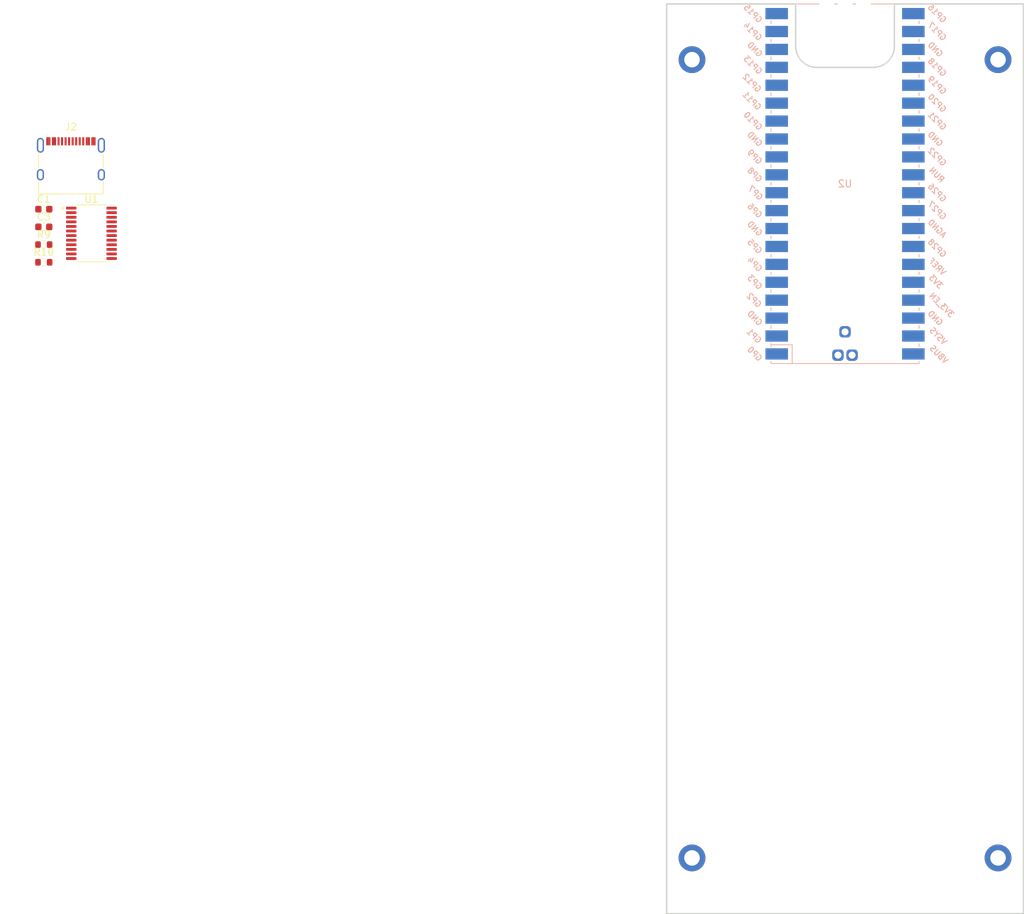
<source format=kicad_pcb>
(kicad_pcb (version 20240108) (generator "pcbnew") (generator_version "8.0")
  (layers (0 "F.Cu" signal) (31 "B.Cu" signal) (34 "B.Paste" user) (35 "F.Paste" user) (36 "B.SilkS" user "B.Silkscreen") (37 "F.SilkS" user "F.Silkscreen") (38 "B.Mask" user) (39 "F.Mask" user) (44 "Edge.Cuts" user))
  (net 0 "")
  (net 1 "+5V")
  (net 2 "GND")
  (net 4 "Net-(J2-CC1)")
  (net 6 "Net-(J2-CC2)")
  (net 20 "Net-(U1-GND-Pad11)")
  (net 42 "/CON_D7")
  (net 43 "/CON_D5")
  (net 46 "/CON_D6")
  (net 50 "/CON_D2")
  (net 54 "/CON_D3")
  (net 55 "/CON_D1")
  (net 58 "/CON_D4")
  (net 60 "/CON_D0")
  (footprint "Package_SO:TSSOP-24_4.4x7.8mm_P0.65mm" (layer "F.Cu") (at 91.6375 54.425)
    (property "Reference" "U1" (at 0 -4.85 0) (layer "F.SilkS"))
    (property "Value" "SN74AVC8T245PW")
    (fp_line (start 0 -4.035) (end -2.2 -4.035) (stroke (width 0.12)) (layer "F.SilkS"))
    (fp_line (start 0 -4.035) (end 2.2 -4.035) (stroke (width 0.12)) (layer "F.SilkS"))
    (fp_line (start 0 4.035) (end -2.2 4.035) (stroke (width 0.12)) (layer "F.SilkS"))
    (fp_line (start 0 4.035) (end 2.2 4.035) (stroke (width 0.12)) (layer "F.SilkS"))
    (fp_poly (pts (xy -3.86 -3.575) (xy -4.19 -3.815) (xy -4.19 -3.335) (xy -3.86 -3.575)) (stroke (width 0.12)) (fill solid) (layer "F.SilkS"))
    (pad "1" smd roundrect (at -2.8625 -3.575) (size 1.475 0.4) (layers "F.Cu" "F.Paste" "F.Mask"))
    (pad "2" smd roundrect (at -2.8625 -2.925) (size 1.475 0.4) (layers "F.Cu" "F.Paste" "F.Mask"))
    (pad "3" smd roundrect (at -2.8625 -2.275) (size 1.475 0.4) (layers "F.Cu" "F.Paste" "F.Mask"))
    (pad "4" smd roundrect (at -2.8625 -1.625) (size 1.475 0.4) (layers "F.Cu" "F.Paste" "F.Mask"))
    (pad "5" smd roundrect (at -2.8625 -0.975) (size 1.475 0.4) (layers "F.Cu" "F.Paste" "F.Mask"))
    (pad "6" smd roundrect (at -2.8625 -0.325) (size 1.475 0.4) (layers "F.Cu" "F.Paste" "F.Mask"))
    (pad "7" smd roundrect (at -2.8625 0.325) (size 1.475 0.4) (layers "F.Cu" "F.Paste" "F.Mask"))
    (pad "8" smd roundrect (at -2.8625 0.975) (size 1.475 0.4) (layers "F.Cu" "F.Paste" "F.Mask"))
    (pad "9" smd roundrect (at -2.8625 1.625) (size 1.475 0.4) (layers "F.Cu" "F.Paste" "F.Mask"))
    (pad "10" smd roundrect (at -2.8625 2.275) (size 1.475 0.4) (layers "F.Cu" "F.Paste" "F.Mask"))
    (pad "11" smd roundrect (at -2.8625 2.925) (size 1.475 0.4) (layers "F.Cu" "F.Paste" "F.Mask") (net 20 "Net-(U1-GND-Pad11)"))
    (pad "12" smd roundrect (at -2.8625 3.575) (size 1.475 0.4) (layers "F.Cu" "F.Paste" "F.Mask") (net 20 "Net-(U1-GND-Pad11)"))
    (pad "13" smd roundrect (at 2.8625 3.575) (size 1.475 0.4) (layers "F.Cu" "F.Paste" "F.Mask") (net 20 "Net-(U1-GND-Pad11)"))
    (pad "14" smd roundrect (at 2.8625 2.925) (size 1.475 0.4) (layers "F.Cu" "F.Paste" "F.Mask"))
    (pad "15" smd roundrect (at 2.8625 2.275) (size 1.475 0.4) (layers "F.Cu" "F.Paste" "F.Mask"))
    (pad "16" smd roundrect (at 2.8625 1.625) (size 1.475 0.4) (layers "F.Cu" "F.Paste" "F.Mask"))
    (pad "17" smd roundrect (at 2.8625 0.975) (size 1.475 0.4) (layers "F.Cu" "F.Paste" "F.Mask"))
    (pad "18" smd roundrect (at 2.8625 0.325) (size 1.475 0.4) (layers "F.Cu" "F.Paste" "F.Mask"))
    (pad "19" smd roundrect (at 2.8625 -0.325) (size 1.475 0.4) (layers "F.Cu" "F.Paste" "F.Mask"))
    (pad "20" smd roundrect (at 2.8625 -0.975) (size 1.475 0.4) (layers "F.Cu" "F.Paste" "F.Mask"))
    (pad "21" smd roundrect (at 2.8625 -1.625) (size 1.475 0.4) (layers "F.Cu" "F.Paste" "F.Mask"))
    (pad "22" smd roundrect (at 2.8625 -2.275) (size 1.475 0.4) (layers "F.Cu" "F.Paste" "F.Mask"))
    (pad "23" smd roundrect (at 2.8625 -2.925) (size 1.475 0.4) (layers "F.Cu" "F.Paste" "F.Mask"))
    (pad "24" smd roundrect (at 2.8625 -3.575) (size 1.475 0.4) (layers "F.Cu" "F.Paste" "F.Mask"))
  )
  (footprint "Connector_USB:USB_C_Receptacle_XKB_U262-16XN-4BVC11" (layer "F.Cu") (at 88.7225 45.045)
    (property "Reference" "J2" (at 0 -5.715 0) (layer "F.SilkS"))
    (property "Value" "USB_C_Receptacle_USB2.0")
    (fp_line (start -4.58 -1.85) (end -4.58 0.07) (stroke (width 0.12)) (layer "F.SilkS"))
    (fp_line (start -4.58 3.785) (end -4.58 2.08) (stroke (width 0.12)) (layer "F.SilkS"))
    (fp_line (start 4.58 0.07) (end 4.58 -1.85) (stroke (width 0.12)) (layer "F.SilkS"))
    (fp_line (start 4.58 2.08) (end 4.58 3.785) (stroke (width 0.12)) (layer "F.SilkS"))
    (fp_line (start 4.58 3.785) (end -4.58 3.785) (stroke (width 0.12)) (layer "F.SilkS"))
    (pad "" np_thru_hole circle (at -2.89 -2.605) (size 0.65 0.65) (drill 0.65) (layers "*.Cu" "*.Mask"))
    (pad "" np_thru_hole circle (at 2.89 -2.605) (size 0.65 0.65) (drill 0.65) (layers "*.Cu" "*.Mask"))
    (pad "A1" smd rect (at -3.35 -3.67) (size 0.3 1.15) (layers "F.Cu" "F.Paste" "F.Mask") (net 2 "GND"))
    (pad "A4" smd rect (at -2.55 -3.67) (size 0.3 1.15) (layers "F.Cu" "F.Paste" "F.Mask") (net 1 "+5V"))
    (pad "A5" smd rect (at -1.25 -3.67) (size 0.3 1.15) (layers "F.Cu" "F.Paste" "F.Mask") (net 4 "Net-(J2-CC1)"))
    (pad "A6" smd rect (at -0.25 -3.67) (size 0.3 1.15) (layers "F.Cu" "F.Paste" "F.Mask"))
    (pad "A7" smd rect (at 0.25 -3.67) (size 0.3 1.15) (layers "F.Cu" "F.Paste" "F.Mask"))
    (pad "A8" smd rect (at 1.25 -3.67) (size 0.3 1.15) (layers "F.Cu" "F.Paste" "F.Mask"))
    (pad "A9" smd rect (at 2.55 -3.67) (size 0.3 1.15) (layers "F.Cu" "F.Paste" "F.Mask") (net 1 "+5V"))
    (pad "A12" smd rect (at 3.35 -3.67) (size 0.3 1.15) (layers "F.Cu" "F.Paste" "F.Mask") (net 2 "GND"))
    (pad "B1" smd rect (at 3.05 -3.67) (size 0.3 1.15) (layers "F.Cu" "F.Paste" "F.Mask") (net 2 "GND"))
    (pad "B4" smd rect (at 2.25 -3.67) (size 0.3 1.15) (layers "F.Cu" "F.Paste" "F.Mask") (net 1 "+5V"))
    (pad "B5" smd rect (at 1.75 -3.67) (size 0.3 1.15) (layers "F.Cu" "F.Paste" "F.Mask") (net 6 "Net-(J2-CC2)"))
    (pad "B6" smd rect (at 0.75 -3.67) (size 0.3 1.15) (layers "F.Cu" "F.Paste" "F.Mask"))
    (pad "B7" smd rect (at -0.75 -3.67) (size 0.3 1.15) (layers "F.Cu" "F.Paste" "F.Mask"))
    (pad "B8" smd rect (at -1.75 -3.67) (size 0.3 1.15) (layers "F.Cu" "F.Paste" "F.Mask"))
    (pad "B9" smd rect (at -2.25 -3.67) (size 0.3 1.15) (layers "F.Cu" "F.Paste" "F.Mask") (net 1 "+5V"))
    (pad "B12" smd rect (at -3.05 -3.67) (size 0.3 1.15) (layers "F.Cu" "F.Paste" "F.Mask") (net 2 "GND"))
    (pad "S1" thru_hole oval (at -4.32 -3.105) (size 1 2.1) (drill oval 0.6 1.7) (layers "*.Cu" "*.Mask") (net 2 "GND"))
    (pad "S1" thru_hole oval (at -4.32 1.075) (size 1 1.6) (drill oval 0.6 1.2) (layers "*.Cu" "*.Mask") (net 2 "GND"))
    (pad "S1" thru_hole oval (at 4.32 -3.105) (size 1 2.1) (drill oval 0.6 1.7) (layers "*.Cu" "*.Mask") (net 2 "GND"))
    (pad "S1" thru_hole oval (at 4.32 1.075) (size 1 1.6) (drill oval 0.6 1.2) (layers "*.Cu" "*.Mask") (net 2 "GND"))
  )
  (footprint "Capacitor_SMD:C_0603_1608Metric" (layer "F.Cu") (at 84.8825 53.515)
    (property "Reference" "C3" (at 0 -1.43 0) (layer "F.SilkS"))
    (property "Value" "10u")
    (fp_line (start -0.14058 -0.51) (end 0.14058 -0.51) (stroke (width 0.12)) (layer "F.SilkS"))
    (fp_line (start -0.14058 0.51) (end 0.14058 0.51) (stroke (width 0.12)) (layer "F.SilkS"))
    (pad "1" smd roundrect (at -0.775 0) (size 0.9 0.95) (layers "F.Cu" "F.Paste" "F.Mask") (net 1 "+5V"))
    (pad "2" smd roundrect (at 0.775 0) (size 0.9 0.95) (layers "F.Cu" "F.Paste" "F.Mask") (net 2 "GND"))
  )
  (footprint "Capacitor_SMD:C_0603_1608Metric" (layer "F.Cu") (at 84.8825 51.005)
    (property "Reference" "C1" (at 0 -1.43 0) (layer "F.SilkS"))
    (property "Value" "1u")
    (fp_line (start -0.14058 -0.51) (end 0.14058 -0.51) (stroke (width 0.12)) (layer "F.SilkS"))
    (fp_line (start -0.14058 0.51) (end 0.14058 0.51) (stroke (width 0.12)) (layer "F.SilkS"))
    (pad "1" smd roundrect (at -0.775 0) (size 0.9 0.95) (layers "F.Cu" "F.Paste" "F.Mask") (net 2 "GND"))
    (pad "2" smd roundrect (at 0.775 0) (size 0.9 0.95) (layers "F.Cu" "F.Paste" "F.Mask") (net 1 "+5V"))
  )
  (footprint "Resistor_SMD:R_0603_1608Metric" (layer "F.Cu") (at 84.8825 56.025)
    (property "Reference" "R9" (at 0 -1.43 0) (layer "F.SilkS"))
    (property "Value" "5k1")
    (fp_line (start -0.237258 -0.5225) (end 0.237258 -0.5225) (stroke (width 0.12)) (layer "F.SilkS"))
    (fp_line (start -0.237258 0.5225) (end 0.237258 0.5225) (stroke (width 0.12)) (layer "F.SilkS"))
    (pad "1" smd roundrect (at -0.825 0) (size 0.8 0.95) (layers "F.Cu" "F.Paste" "F.Mask") (net 4 "Net-(J2-CC1)"))
    (pad "2" smd roundrect (at 0.825 0) (size 0.8 0.95) (layers "F.Cu" "F.Paste" "F.Mask") (net 1 "+5V"))
  )
  (footprint "MountingHole:MountingHole_2.2mm_M2_DIN965_Pad" (layer "F.Cu") (at 176.8 29.8)
    (property "Reference" "H1" (hide yes))
    (property "Value" "M2")
    (pad "1" thru_hole circle (at 0 0) (size 3.8 3.8) (drill 2.2) (layers "*.Cu" "*.Mask"))
  )
  (footprint "MountingHole:MountingHole_2.2mm_M2_DIN965_Pad" (layer "F.Cu") (at 176.8 143)
    (property "Reference" "H3" (hide yes))
    (property "Value" "M2")
    (pad "1" thru_hole circle (at 0 0) (size 3.8 3.8) (drill 2.2) (layers "*.Cu" "*.Mask"))
  )
  (footprint "MountingHole:MountingHole_2.2mm_M2_DIN965_Pad" (layer "F.Cu") (at 220.2 143)
    (property "Reference" "H4" (hide yes))
    (property "Value" "M2")
    (pad "1" thru_hole circle (at 0 0) (size 3.8 3.8) (drill 2.2) (layers "*.Cu" "*.Mask"))
  )
  (footprint "Resistor_SMD:R_0603_1608Metric" (layer "F.Cu") (at 84.8825 58.535)
    (property "Reference" "R10" (at 0 -1.43 0) (layer "F.SilkS"))
    (property "Value" "5k1")
    (fp_line (start -0.237258 -0.5225) (end 0.237258 -0.5225) (stroke (width 0.12)) (layer "F.SilkS"))
    (fp_line (start -0.237258 0.5225) (end 0.237258 0.5225) (stroke (width 0.12)) (layer "F.SilkS"))
    (pad "1" smd roundrect (at -0.825 0) (size 0.8 0.95) (layers "F.Cu" "F.Paste" "F.Mask") (net 1 "+5V"))
    (pad "2" smd roundrect (at 0.825 0) (size 0.8 0.95) (layers "F.Cu" "F.Paste" "F.Mask") (net 6 "Net-(J2-CC2)"))
  )
  (footprint "MountingHole:MountingHole_2.2mm_M2_DIN965_Pad" (layer "F.Cu") (at 220.2 29.8)
    (property "Reference" "H2" (hide yes))
    (property "Value" "M2")
    (pad "1" thru_hole circle (at 0 0) (size 3.8 3.8) (drill 2.2) (layers "*.Cu" "*.Mask"))
  )
  (footprint "RPi_Pico:RPi_PicoW_SMD_TH" (layer "B.Cu") (at 198.5 47.4)
    (property "Reference" "U2" (at 0 0 180) (layer "B.SilkS") (effects (justify mirror)))
    (property "Value" "PicoW")
    (fp_line (start -10.5 -25.5) (end -3.7 -25.5) (stroke (width 0.12)) (layer "B.SilkS"))
    (fp_line (start -10.5 -23.1) (end -10.5 -22.7) (stroke (width 0.12)) (layer "B.SilkS"))
    (fp_line (start -10.5 -20.5) (end -10.5 -20.1) (stroke (width 0.12)) (layer "B.SilkS"))
    (fp_line (start -10.5 -18) (end -10.5 -17.6) (stroke (width 0.12)) (layer "B.SilkS"))
    (fp_line (start -10.5 -15.5) (end -10.5 -15.1) (stroke (width 0.12)) (layer "B.SilkS"))
    (fp_line (start -10.5 -12.9) (end -10.5 -12.5) (stroke (width 0.12)) (layer "B.SilkS"))
    (fp_line (start -10.5 -10.4) (end -10.5 -10) (stroke (width 0.12)) (layer "B.SilkS"))
    (fp_line (start -10.5 -7.8) (end -10.5 -7.4) (stroke (width 0.12)) (layer "B.SilkS"))
    (fp_line (start -10.5 -5.3) (end -10.5 -4.9) (stroke (width 0.12)) (layer "B.SilkS"))
    (fp_line (start -10.5 -2.7) (end -10.5 -2.3) (stroke (width 0.12)) (layer "B.SilkS"))
    (fp_line (start -10.5 -0.2) (end -10.5 0.2) (stroke (width 0.12)) (layer "B.SilkS"))
    (fp_line (start -10.5 2.3) (end -10.5 2.7) (stroke (width 0.12)) (layer "B.SilkS"))
    (fp_line (start -10.5 4.9) (end -10.5 5.3) (stroke (width 0.12)) (layer "B.SilkS"))
    (fp_line (start -10.5 7.4) (end -10.5 7.8) (stroke (width 0.12)) (layer "B.SilkS"))
    (fp_line (start -10.5 10) (end -10.5 10.4) (stroke (width 0.12)) (layer "B.SilkS"))
    (fp_line (start -10.5 12.5) (end -10.5 12.9) (stroke (width 0.12)) (layer "B.SilkS"))
    (fp_line (start -10.5 15) (end -10.5 15.4) (stroke (width 0.12)) (layer "B.SilkS"))
    (fp_line (start -10.5 17.6) (end -10.5 18) (stroke (width 0.12)) (layer "B.SilkS"))
    (fp_line (start -10.5 20.1) (end -10.5 20.5) (stroke (width 0.12)) (layer "B.SilkS"))
    (fp_line (start -10.5 22.7) (end -10.5 23.1) (stroke (width 0.12)) (layer "B.SilkS"))
    (fp_line (start -10.5 25.2) (end -10.5 25.5) (stroke (width 0.12)) (layer "B.SilkS"))
    (fp_line (start -7.493 22.833) (end -10.5 22.833) (stroke (width 0.12)) (layer "B.SilkS"))
    (fp_line (start -7.493 25.5) (end -7.493 22.833) (stroke (width 0.12)) (layer "B.SilkS"))
    (fp_line (start -1.1 -25.5) (end -1.5 -25.5) (stroke (width 0.12)) (layer "B.SilkS"))
    (fp_line (start 1.5 -25.5) (end 1.1 -25.5) (stroke (width 0.12)) (layer "B.SilkS"))
    (fp_line (start 3.7 -25.5) (end 10.5 -25.5) (stroke (width 0.12)) (layer "B.SilkS"))
    (fp_line (start 10.5 -23.1) (end 10.5 -22.7) (stroke (width 0.12)) (layer "B.SilkS"))
    (fp_line (start 10.5 -20.5) (end 10.5 -20.1) (stroke (width 0.12)) (layer "B.SilkS"))
    (fp_line (start 10.5 -18) (end 10.5 -17.6) (stroke (width 0.12)) (layer "B.SilkS"))
    (fp_line (start 10.5 -15.5) (end 10.5 -15.1) (stroke (width 0.12)) (layer "B.SilkS"))
    (fp_line (start 10.5 -12.9) (end 10.5 -12.5) (stroke (width 0.12)) (layer "B.SilkS"))
    (fp_line (start 10.5 -10.4) (end 10.5 -10) (stroke (width 0.12)) (layer "B.SilkS"))
    (fp_line (start 10.5 -7.8) (end 10.5 -7.4) (stroke (width 0.12)) (layer "B.SilkS"))
    (fp_line (start 10.5 -5.3) (end 10.5 -4.9) (stroke (width 0.12)) (layer "B.SilkS"))
    (fp_line (start 10.5 -2.7) (end 10.5 -2.3) (stroke (width 0.12)) (layer "B.SilkS"))
    (fp_line (start 10.5 -0.2) (end 10.5 0.2) (stroke (width 0.12)) (layer "B.SilkS"))
    (fp_line (start 10.5 2.3) (end 10.5 2.7) (stroke (width 0.12)) (layer "B.SilkS"))
    (fp_line (start 10.5 4.9) (end 10.5 5.3) (stroke (width 0.12)) (layer "B.SilkS"))
    (fp_line (start 10.5 7.4) (end 10.5 7.8) (stroke (width 0.12)) (layer "B.SilkS"))
    (fp_line (start 10.5 10) (end 10.5 10.4) (stroke (width 0.12)) (layer "B.SilkS"))
    (fp_line (start 10.5 12.5) (end 10.5 12.9) (stroke (width 0.12)) (layer "B.SilkS"))
    (fp_line (start 10.5 15) (end 10.5 15.4) (stroke (width 0.12)) (layer "B.SilkS"))
    (fp_line (start 10.5 17.6) (end 10.5 18) (stroke (width 0.12)) (layer "B.SilkS"))
    (fp_line (start 10.5 20.1) (end 10.5 20.5) (stroke (width 0.12)) (layer "B.SilkS"))
    (fp_line (start 10.5 22.7) (end 10.5 23.1) (stroke (width 0.12)) (layer "B.SilkS"))
    (fp_line (start 10.5 25.2) (end 10.5 25.5) (stroke (width 0.12)) (layer "B.SilkS"))
    (fp_line (start 10.5 25.5) (end -10.5 25.5) (stroke (width 0.12)) (layer "B.SilkS"))
    (fp_text user "GP28" (at 13.054 9.144 -45) (layer "B.SilkS") (effects (font (size 0.8 0.8)) (justify mirror)))
    (fp_text user "VREF" (at 13.0675 11.7425 -45) (layer "B.SilkS") (effects (font (size 0.8 0.8)) (justify mirror)))
    (fp_text user "GP4" (at -12.8 11.43 -45) (layer "B.SilkS") (effects (font (size 0.8 0.8)) (justify mirror)))
    (fp_text user "GP11" (at -13.2 -11.7525 -45) (layer "B.SilkS") (effects (font (size 0.8 0.8)) (justify mirror)))
    (fp_text user "GP16" (at 13.054 -24.13 -45) (layer "B.SilkS") (effects (font (size 0.8 0.8)) (justify mirror)))
    (fp_text user "GP7" (at -12.7 1.3 -45) (layer "B.SilkS") (effects (font (size 0.8 0.8)) (justify mirror)))
    (fp_text user "GND" (at -12.8 19.05 -45) (layer "B.SilkS") (effects (font (size 0.8 0.8)) (justify mirror)))
    (fp_text user "GND" (at -12.8 -6.35 -45) (layer "B.SilkS") (effects (font (size 0.8 0.8)) (justify mirror)))
    (fp_text user "GP12" (at -13.2 -14.2925 -45) (layer "B.SilkS") (effects (font (size 0.8 0.8)) (justify mirror)))
    (fp_text user "GP22" (at 13.054 -3.81 -45) (layer "B.SilkS") (effects (font (size 0.8 0.8)) (justify mirror)))
    (fp_text user "GP3" (at -12.8 13.97 -45) (layer "B.SilkS") (effects (font (size 0.8 0.8)) (justify mirror)))
    (fp_text user "GND" (at -12.8 -19.05 -45) (layer "B.SilkS") (effects (font (size 0.8 0.8)) (justify mirror)))
    (fp_text user "GND" (at -12.8 6.35 -45) (layer "B.SilkS") (effects (font (size 0.8 0.8)) (justify mirror)))
    (fp_text user "GP26" (at 13.054 1.27 -45) (layer "B.SilkS") (effects (font (size 0.8 0.8)) (justify mirror)))
    (fp_text user "VSYS" (at 13.2 21.59 -45) (layer "B.SilkS") (effects (font (size 0.8 0.8)) (justify mirror)))
    (fp_text user "GP0" (at -12.8 24.13 -45) (layer "B.SilkS") (effects (font (size 0.8 0.8)) (justify mirror)))
    (fp_text user "GP21" (at 13.054 -8.9 -45) (layer "B.SilkS") (effects (font (size 0.8 0.8)) (justify mirror)))
    (fp_text user "GP9" (at -12.8 -3.81 -45) (layer "B.SilkS") (effects (font (size 0.8 0.8)) (justify mirror)))
    (fp_text user "GP20" (at 13.054 -11.43 -45) (layer "B.SilkS") (effects (font (size 0.8 0.8)) (justify mirror)))
    (fp_text user "GP15" (at -13.054 -24.13 -45) (layer "B.SilkS") (effects (font (size 0.8 0.8)) (justify mirror)))
    (fp_text user "GND" (at 12.8 -6.35 -45) (layer "B.SilkS") (effects (font (size 0.8 0.8)) (justify mirror)))
    (fp_text user "3V3" (at 12.9 13.9 -45) (layer "B.SilkS") (effects (font (size 0.8 0.8)) (justify mirror)))
    (fp_text user "GP19" (at 13.054 -13.97 -45) (layer "B.SilkS") (effects (font (size 0.8 0.8)) (justify mirror)))
    (fp_text user "GP6" (at -12.8 3.81 -45) (layer "B.SilkS") (effects (font (size 0.8 0.8)) (justify mirror)))
    (fp_text user "GP5" (at -12.8 8.89 -45) (layer "B.SilkS") (effects (font (size 0.8 0.8)) (justify mirror)))
    (fp_text user "RUN" (at 13 -1.27 -45) (layer "B.SilkS") (effects (font (size 0.8 0.8)) (justify mirror)))
    (fp_text user "VBUS" (at 13.3 24.2 -45) (layer "B.SilkS") (effects (font (size 0.8 0.8)) (justify mirror)))
    (fp_text user "GP13" (at -13.054 -16.8325 -45) (layer "B.SilkS") (effects (font (size 0.8 0.8)) (justify mirror)))
    (fp_text user "GP17" (at 13.054 -21.59 -45) (layer "B.SilkS") (effects (font (size 0.8 0.8)) (justify mirror)))
    (fp_text user "GND" (at 12.8 19.05 -45) (layer "B.SilkS") (effects (font (size 0.8 0.8)) (justify mirror)))
    (fp_text user "GP1" (at -12.9 21.6 -45) (layer "B.SilkS") (effects (font (size 0.8 0.8)) (justify mirror)))
    (fp_text user "GP8" (at -12.8 -1.27 -45) (layer "B.SilkS") (effects (font (size 0.8 0.8)) (justify mirror)))
    (fp_text user "AGND" (at 13.054 6.35 -45) (layer "B.SilkS") (effects (font (size 0.8 0.8)) (justify mirror)))
    (fp_text user "GP10" (at -13.054 -8.89 -45) (layer "B.SilkS") (effects (font (size 0.8 0.8)) (justify mirror)))
    (fp_text user "GND" (at 12.8 -19.05 -45) (layer "B.SilkS") (effects (font (size 0.8 0.8)) (justify mirror)))
    (fp_text user "GP27" (at 13.054 3.8 -45) (layer "B.SilkS") (effects (font (size 0.8 0.8)) (justify mirror)))
    (fp_text user "GP14" (at -13.1 -21.59 -45) (layer "B.SilkS") (effects (font (size 0.8 0.8)) (justify mirror)))
    (fp_text user "GP2" (at -12.9 16.51 -45) (layer "B.SilkS") (effects (font (size 0.8 0.8)) (justify mirror)))
    (fp_text user "3V3_EN" (at 13.7 17.2 -45) (layer "B.SilkS") (effects (font (size 0.8 0.8)) (justify mirror)))
    (fp_text user "GP18" (at 13.054 -16.51 -45) (layer "B.SilkS") (effects (font (size 0.8 0.8)) (justify mirror)))
    (pad "1" smd rect (at -8.79 24.13) (size 3.2 1.6) (drill (offset -0.9 0)) (layers "B.Cu" "B.Paste" "B.Mask") (net 60 "/CON_D0"))
    (pad "2" smd rect (at -8.79 21.59) (size 3.2 1.6) (drill (offset -0.9 0)) (layers "B.Cu" "B.Paste" "B.Mask") (net 55 "/CON_D1"))
    (pad "3" smd rect (at -8.79 19.05) (size 3.2 1.6) (drill (offset -0.9 0)) (layers "B.Cu" "B.Paste" "B.Mask") (net 2 "GND"))
    (pad "4" smd rect (at -8.79 16.51) (size 3.2 1.6) (drill (offset -0.9 0)) (layers "B.Cu" "B.Paste" "B.Mask") (net 50 "/CON_D2"))
    (pad "5" smd rect (at -8.79 13.97) (size 3.2 1.6) (drill (offset -0.9 0)) (layers "B.Cu" "B.Paste" "B.Mask") (net 54 "/CON_D3"))
    (pad "6" smd rect (at -8.79 11.43) (size 3.2 1.6) (drill (offset -0.9 0)) (layers "B.Cu" "B.Paste" "B.Mask") (net 58 "/CON_D4"))
    (pad "7" smd rect (at -8.79 8.89) (size 3.2 1.6) (drill (offset -0.9 0)) (layers "B.Cu" "B.Paste" "B.Mask") (net 43 "/CON_D5"))
    (pad "8" smd rect (at -8.79 6.35) (size 3.2 1.6) (drill (offset -0.9 0)) (layers "B.Cu" "B.Paste" "B.Mask") (net 2 "GND"))
    (pad "9" smd rect (at -8.79 3.81) (size 3.2 1.6) (drill (offset -0.9 0)) (layers "B.Cu" "B.Paste" "B.Mask") (net 46 "/CON_D6"))
    (pad "10" smd rect (at -8.79 1.27) (size 3.2 1.6) (drill (offset -0.9 0)) (layers "B.Cu" "B.Paste" "B.Mask") (net 42 "/CON_D7"))
    (pad "11" smd rect (at -8.79 -1.27) (size 3.2 1.6) (drill (offset -0.9 0)) (layers "B.Cu" "B.Paste" "B.Mask"))
    (pad "12" smd rect (at -8.79 -3.81) (size 3.2 1.6) (drill (offset -0.9 0)) (layers "B.Cu" "B.Paste" "B.Mask"))
    (pad "13" smd rect (at -8.79 -6.35) (size 3.2 1.6) (drill (offset -0.9 0)) (layers "B.Cu" "B.Paste" "B.Mask") (net 2 "GND"))
    (pad "14" smd rect (at -8.79 -8.89) (size 3.2 1.6) (drill (offset -0.9 0)) (layers "B.Cu" "B.Paste" "B.Mask"))
    (pad "15" smd rect (at -8.79 -11.43) (size 3.2 1.6) (drill (offset -0.9 0)) (layers "B.Cu" "B.Paste" "B.Mask"))
    (pad "16" smd rect (at -8.79 -13.97) (size 3.2 1.6) (drill (offset -0.9 0)) (layers "B.Cu" "B.Paste" "B.Mask"))
    (pad "17" smd rect (at -8.79 -16.51) (size 3.2 1.6) (drill (offset -0.9 0)) (layers "B.Cu" "B.Paste" "B.Mask"))
    (pad "18" smd rect (at -8.79 -19.05) (size 3.2 1.6) (drill (offset -0.9 0)) (layers "B.Cu" "B.Paste" "B.Mask") (net 2 "GND"))
    (pad "19" smd rect (at -8.79 -21.59) (size 3.2 1.6) (drill (offset -0.9 0)) (layers "B.Cu" "B.Paste" "B.Mask"))
    (pad "20" smd rect (at -8.79 -24.13) (size 3.2 1.6) (drill (offset -0.9 0)) (layers "B.Cu" "B.Paste" "B.Mask"))
    (pad "21" smd rect (at 8.79 -24.13) (size 3.2 1.6) (drill (offset 0.9 0)) (layers "B.Cu" "B.Paste" "B.Mask"))
    (pad "22" smd rect (at 8.79 -21.59) (size 3.2 1.6) (drill (offset 0.9 0)) (layers "B.Cu" "B.Paste" "B.Mask"))
    (pad "23" smd rect (at 8.79 -19.05) (size 3.2 1.6) (drill (offset 0.9 0)) (layers "B.Cu" "B.Paste" "B.Mask") (net 2 "GND"))
    (pad "24" smd rect (at 8.79 -16.51) (size 3.2 1.6) (drill (offset 0.9 0)) (layers "B.Cu" "B.Paste" "B.Mask"))
    (pad "25" smd rect (at 8.79 -13.97) (size 3.2 1.6) (drill (offset 0.9 0)) (layers "B.Cu" "B.Paste" "B.Mask"))
    (pad "26" smd rect (at 8.79 -11.43) (size 3.2 1.6) (drill (offset 0.9 0)) (layers "B.Cu" "B.Paste" "B.Mask"))
    (pad "27" smd rect (at 8.79 -8.89) (size 3.2 1.6) (drill (offset 0.9 0)) (layers "B.Cu" "B.Paste" "B.Mask"))
    (pad "28" smd rect (at 8.79 -6.35) (size 3.2 1.6) (drill (offset 0.9 0)) (layers "B.Cu" "B.Paste" "B.Mask") (net 2 "GND"))
    (pad "29" smd rect (at 8.79 -3.81) (size 3.2 1.6) (drill (offset 0.9 0)) (layers "B.Cu" "B.Paste" "B.Mask"))
    (pad "30" smd rect (at 8.79 -1.27) (size 3.2 1.6) (drill (offset 0.9 0)) (layers "B.Cu" "B.Paste" "B.Mask"))
    (pad "31" smd rect (at 8.79 1.27) (size 3.2 1.6) (drill (offset 0.9 0)) (layers "B.Cu" "B.Paste" "B.Mask"))
    (pad "32" smd rect (at 8.79 3.81) (size 3.2 1.6) (drill (offset 0.9 0)) (layers "B.Cu" "B.Paste" "B.Mask"))
    (pad "33" smd rect (at 8.79 6.35) (size 3.2 1.6) (drill (offset 0.9 0)) (layers "B.Cu" "B.Paste" "B.Mask") (net 2 "GND"))
    (pad "34" smd rect (at 8.79 8.89) (size 3.2 1.6) (drill (offset 0.9 0)) (layers "B.Cu" "B.Paste" "B.Mask"))
    (pad "35" smd rect (at 8.79 11.43) (size 3.2 1.6) (drill (offset 0.9 0)) (layers "B.Cu" "B.Paste" "B.Mask"))
    (pad "36" smd rect (at 8.79 13.97) (size 3.2 1.6) (drill (offset 0.9 0)) (layers "B.Cu" "B.Paste" "B.Mask"))
    (pad "37" smd rect (at 8.79 16.51) (size 3.2 1.6) (drill (offset 0.9 0)) (layers "B.Cu" "B.Paste" "B.Mask"))
    (pad "38" smd rect (at 8.79 19.05) (size 3.2 1.6) (drill (offset 0.9 0)) (layers "B.Cu" "B.Paste" "B.Mask") (net 2 "GND"))
    (pad "39" smd rect (at 8.79 21.59) (size 3.2 1.6) (drill (offset 0.9 0)) (layers "B.Cu" "B.Paste" "B.Mask"))
    (pad "40" smd rect (at 8.79 24.13) (size 3.2 1.6) (drill (offset 0.9 0)) (layers "B.Cu" "B.Paste" "B.Mask") (net 1 "+5V"))
    (pad "DM" thru_hole roundrect (at 1 24.3) (size 1.6 1.6) (drill 1) (layers "*.Cu" "*.Mask") (roundrect_rratio 0.3))
    (pad "DP" thru_hole roundrect (at -1 24.3) (size 1.6 1.6) (drill 1) (layers "*.Cu" "*.Mask") (roundrect_rratio 0.3))
    (pad "GND" thru_hole roundrect (at 0 21) (size 1.6 1.6) (drill 1) (layers "*.Cu" "*.Mask") (roundrect_rratio 0.3))
  )
  (gr_line (start 191.500001 21.9) (end 173.2 21.9) (stroke (width 0.2)) (layer "Edge.Cuts"))
  (gr_line (start 173.2 150.9) (end 223.8 150.9) (stroke (width 0.2)) (layer "Edge.Cuts"))
  (gr_line (start 223.8 21.9) (end 205.500001 21.9) (stroke (width 0.2)) (layer "Edge.Cuts"))
  (gr_line (start 205.500001 21.9) (end 205.500001 27.9) (stroke (width 0.2)) (layer "Edge.Cuts"))
  (gr_line (start 191.500001 27.9) (end 191.500001 21.9) (stroke (width 0.2)) (layer "Edge.Cuts"))
  (gr_arc (start 205.500001 27.9) (mid 204.621321 30.021321) (end 202.5 30.9) (stroke (width 0.2)) (layer "Edge.Cuts"))
  (gr_arc (start 194.5 30.9) (mid 192.37868 30.02132) (end 191.5 27.9) (stroke (width 0.2)) (layer "Edge.Cuts"))
  (gr_line (start 173.2 21.9) (end 173.2 150.9) (stroke (width 0.2)) (layer "Edge.Cuts"))
  (gr_line (start 223.8 150.9) (end 223.8 21.9) (stroke (width 0.2)) (layer "Edge.Cuts"))
  (gr_line (start 202.5 30.9) (end 194.5 30.9) (stroke (width 0.2)) (layer "Edge.Cuts"))
)
</source>
